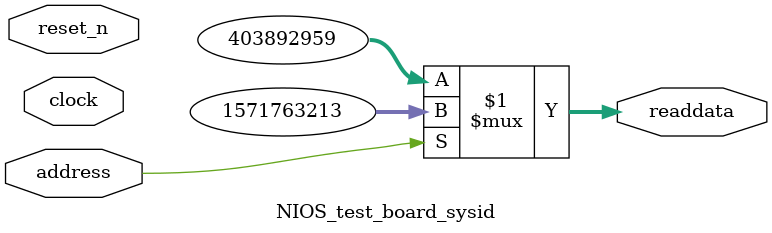
<source format=v>



// synthesis translate_off
`timescale 1ns / 1ps
// synthesis translate_on

// turn off superfluous verilog processor warnings 
// altera message_level Level1 
// altera message_off 10034 10035 10036 10037 10230 10240 10030 

module NIOS_test_board_sysid (
               // inputs:
                address,
                clock,
                reset_n,

               // outputs:
                readdata
             )
;

  output  [ 31: 0] readdata;
  input            address;
  input            clock;
  input            reset_n;

  wire    [ 31: 0] readdata;
  //control_slave, which is an e_avalon_slave
  assign readdata = address ? 1571763213 : 403892959;

endmodule



</source>
